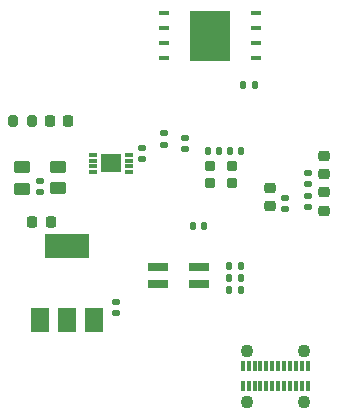
<source format=gtp>
G04 #@! TF.GenerationSoftware,KiCad,Pcbnew,7.0.7*
G04 #@! TF.CreationDate,2023-09-05T10:53:39-07:00*
G04 #@! TF.ProjectId,Memory Board,4d656d6f-7279-4204-926f-6172642e6b69,rev?*
G04 #@! TF.SameCoordinates,Original*
G04 #@! TF.FileFunction,Paste,Top*
G04 #@! TF.FilePolarity,Positive*
%FSLAX46Y46*%
G04 Gerber Fmt 4.6, Leading zero omitted, Abs format (unit mm)*
G04 Created by KiCad (PCBNEW 7.0.7) date 2023-09-05 10:53:39*
%MOMM*%
%LPD*%
G01*
G04 APERTURE LIST*
G04 Aperture macros list*
%AMRoundRect*
0 Rectangle with rounded corners*
0 $1 Rounding radius*
0 $2 $3 $4 $5 $6 $7 $8 $9 X,Y pos of 4 corners*
0 Add a 4 corners polygon primitive as box body*
4,1,4,$2,$3,$4,$5,$6,$7,$8,$9,$2,$3,0*
0 Add four circle primitives for the rounded corners*
1,1,$1+$1,$2,$3*
1,1,$1+$1,$4,$5*
1,1,$1+$1,$6,$7*
1,1,$1+$1,$8,$9*
0 Add four rect primitives between the rounded corners*
20,1,$1+$1,$2,$3,$4,$5,0*
20,1,$1+$1,$4,$5,$6,$7,0*
20,1,$1+$1,$6,$7,$8,$9,0*
20,1,$1+$1,$8,$9,$2,$3,0*%
G04 Aperture macros list end*
%ADD10RoundRect,0.135000X-0.185000X0.135000X-0.185000X-0.135000X0.185000X-0.135000X0.185000X0.135000X0*%
%ADD11RoundRect,0.135000X-0.135000X-0.185000X0.135000X-0.185000X0.135000X0.185000X-0.135000X0.185000X0*%
%ADD12RoundRect,0.140000X0.140000X0.170000X-0.140000X0.170000X-0.140000X-0.170000X0.140000X-0.170000X0*%
%ADD13RoundRect,0.140000X-0.140000X-0.170000X0.140000X-0.170000X0.140000X0.170000X-0.140000X0.170000X0*%
%ADD14RoundRect,0.225000X0.250000X-0.225000X0.250000X0.225000X-0.250000X0.225000X-0.250000X-0.225000X0*%
%ADD15RoundRect,0.200000X0.250000X-0.200000X0.250000X0.200000X-0.250000X0.200000X-0.250000X-0.200000X0*%
%ADD16R,1.800000X0.800000*%
%ADD17RoundRect,0.225000X-0.250000X0.225000X-0.250000X-0.225000X0.250000X-0.225000X0.250000X0.225000X0*%
%ADD18RoundRect,0.135000X0.135000X0.185000X-0.135000X0.185000X-0.135000X-0.185000X0.135000X-0.185000X0*%
%ADD19RoundRect,0.140000X0.170000X-0.140000X0.170000X0.140000X-0.170000X0.140000X-0.170000X-0.140000X0*%
%ADD20R,0.300000X0.850000*%
%ADD21C,1.100000*%
%ADD22RoundRect,0.140000X-0.170000X0.140000X-0.170000X-0.140000X0.170000X-0.140000X0.170000X0.140000X0*%
%ADD23RoundRect,0.218750X0.218750X0.256250X-0.218750X0.256250X-0.218750X-0.256250X0.218750X-0.256250X0*%
%ADD24R,0.950000X0.450000*%
%ADD25R,3.450000X4.350000*%
%ADD26R,1.500000X2.000000*%
%ADD27R,3.800000X2.000000*%
%ADD28RoundRect,0.250000X0.450000X-0.262500X0.450000X0.262500X-0.450000X0.262500X-0.450000X-0.262500X0*%
%ADD29R,0.750000X0.300000*%
%ADD30R,1.800000X1.650000*%
%ADD31RoundRect,0.200000X-0.200000X-0.275000X0.200000X-0.275000X0.200000X0.275000X-0.200000X0.275000X0*%
%ADD32RoundRect,0.250000X-0.450000X0.262500X-0.450000X-0.262500X0.450000X-0.262500X0.450000X0.262500X0*%
%ADD33RoundRect,0.225000X0.225000X0.250000X-0.225000X0.250000X-0.225000X-0.250000X0.225000X-0.250000X0*%
G04 APERTURE END LIST*
D10*
X40538400Y-37209000D03*
X40538400Y-38229000D03*
D11*
X47216600Y-33121600D03*
X48236600Y-33121600D03*
D12*
X45181601Y-38711800D03*
X44221601Y-38711800D03*
D13*
X42954000Y-45034200D03*
X43914000Y-45034200D03*
D14*
X54060000Y-40670000D03*
X54060000Y-39120000D03*
D15*
X44450000Y-41378800D03*
X46300000Y-41378800D03*
X46300000Y-39928800D03*
X44450000Y-39928800D03*
D16*
X40059400Y-48487200D03*
X43459400Y-48487200D03*
X40059400Y-49987200D03*
X43459400Y-49987200D03*
D17*
X54055000Y-42205200D03*
X54055000Y-43755200D03*
D13*
X46111600Y-38711800D03*
X47071600Y-38711800D03*
D18*
X47066528Y-48431565D03*
X46046528Y-48431565D03*
D19*
X36474400Y-52420400D03*
X36474400Y-51460400D03*
D20*
X47199400Y-56924600D03*
X47699400Y-56924600D03*
X48199400Y-56924600D03*
X48699400Y-56924600D03*
X49199400Y-56924600D03*
X49699400Y-56924600D03*
X50199400Y-56924600D03*
X50699400Y-56924600D03*
X51199400Y-56924600D03*
X51699400Y-56924600D03*
X52199400Y-56924600D03*
X52699400Y-56924600D03*
X52699400Y-58594600D03*
X52199400Y-58594600D03*
X51699400Y-58594600D03*
X51199400Y-58594600D03*
X50699400Y-58594600D03*
X50199400Y-58594600D03*
X49699400Y-58594600D03*
X49199400Y-58594600D03*
X48699400Y-58594600D03*
X48199400Y-58594600D03*
X47699400Y-58594600D03*
X47199400Y-58594600D03*
D21*
X47549400Y-55609600D03*
X47549400Y-59909600D03*
X52349400Y-55609600D03*
X52349400Y-59909600D03*
D22*
X30022800Y-41226800D03*
X30022800Y-42186800D03*
D19*
X50790000Y-43620000D03*
X50790000Y-42660000D03*
X38709600Y-39367400D03*
X38709600Y-38407400D03*
D14*
X49530000Y-43390000D03*
X49530000Y-41840000D03*
D18*
X47066528Y-50496319D03*
X46046528Y-50496319D03*
D23*
X32417500Y-36160000D03*
X30842500Y-36160000D03*
D19*
X52700000Y-41480000D03*
X52700000Y-40520000D03*
D24*
X48365479Y-30853636D03*
X48365479Y-29583636D03*
X48365479Y-28313636D03*
X48365479Y-27043636D03*
X40565479Y-27043636D03*
X40565479Y-28313636D03*
X40565479Y-29583636D03*
X40565479Y-30853636D03*
D25*
X44465479Y-28948636D03*
D26*
X30008800Y-53035200D03*
X32308800Y-53035200D03*
D27*
X32308800Y-46735200D03*
D26*
X34608800Y-53035200D03*
D28*
X28498800Y-41880800D03*
X28498800Y-40055800D03*
D22*
X52730000Y-42500000D03*
X52730000Y-43460000D03*
D29*
X37542600Y-40501000D03*
X37542600Y-40001000D03*
X37542600Y-39501000D03*
X37542600Y-39001000D03*
X34542600Y-39001000D03*
X34542600Y-39501000D03*
X34542600Y-40001000D03*
X34542600Y-40501000D03*
D30*
X36042600Y-39751000D03*
D31*
X27731599Y-36160000D03*
X29381599Y-36160000D03*
D32*
X31546800Y-40034200D03*
X31546800Y-41859200D03*
D22*
X42316400Y-37594600D03*
X42316400Y-38554600D03*
D11*
X46046525Y-49463942D03*
X47066525Y-49463942D03*
D33*
X30943801Y-44676000D03*
X29393801Y-44676000D03*
M02*

</source>
